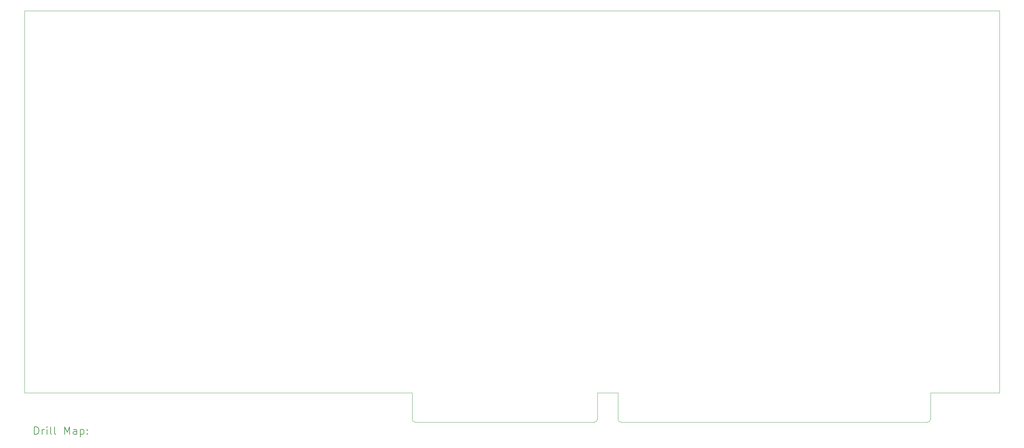
<source format=gbr>
%TF.GenerationSoftware,KiCad,Pcbnew,7.0.7*%
%TF.CreationDate,2024-03-19T08:20:04-04:00*%
%TF.ProjectId,PCB - CPU V1,50434220-2d20-4435-9055-2056312e6b69,1.0*%
%TF.SameCoordinates,Original*%
%TF.FileFunction,Drillmap*%
%TF.FilePolarity,Positive*%
%FSLAX45Y45*%
G04 Gerber Fmt 4.5, Leading zero omitted, Abs format (unit mm)*
G04 Created by KiCad (PCBNEW 7.0.7) date 2024-03-19 08:20:04*
%MOMM*%
%LPD*%
G01*
G04 APERTURE LIST*
%ADD10C,0.100000*%
%ADD11C,0.200000*%
G04 APERTURE END LIST*
D10*
X26581100Y-15367000D02*
X21932900Y-15367000D01*
X26657300Y-15290800D02*
X26657300Y-14605000D01*
X27190700Y-15290800D02*
X27190700Y-14605000D01*
X35217100Y-15367000D02*
X27266900Y-15367000D01*
X35293300Y-15290800D02*
X35293300Y-14605000D01*
X35217100Y-15367000D02*
G75*
G03*
X35293300Y-15290800I0J76200D01*
G01*
X27190700Y-15290800D02*
G75*
G03*
X27266900Y-15367000I76200J0D01*
G01*
X26581100Y-15367000D02*
G75*
G03*
X26657300Y-15290800I0J76200D01*
G01*
X21856700Y-15290800D02*
G75*
G03*
X21932900Y-15367000I76200J0D01*
G01*
X21856700Y-14605000D02*
X21856700Y-15290800D01*
X37084000Y-14605000D02*
X37084000Y-4699000D01*
X11811000Y-14605000D02*
X21856700Y-14605000D01*
X35293300Y-14605000D02*
X37084000Y-14605000D01*
X37084000Y-4699000D02*
X11811000Y-4699000D01*
X26657300Y-14605000D02*
X27190700Y-14605000D01*
X11811000Y-4699000D02*
X11811000Y-14605000D01*
D11*
X12066777Y-15683484D02*
X12066777Y-15483484D01*
X12066777Y-15483484D02*
X12114396Y-15483484D01*
X12114396Y-15483484D02*
X12142967Y-15493008D01*
X12142967Y-15493008D02*
X12162015Y-15512055D01*
X12162015Y-15512055D02*
X12171539Y-15531103D01*
X12171539Y-15531103D02*
X12181062Y-15569198D01*
X12181062Y-15569198D02*
X12181062Y-15597769D01*
X12181062Y-15597769D02*
X12171539Y-15635865D01*
X12171539Y-15635865D02*
X12162015Y-15654912D01*
X12162015Y-15654912D02*
X12142967Y-15673960D01*
X12142967Y-15673960D02*
X12114396Y-15683484D01*
X12114396Y-15683484D02*
X12066777Y-15683484D01*
X12266777Y-15683484D02*
X12266777Y-15550150D01*
X12266777Y-15588246D02*
X12276301Y-15569198D01*
X12276301Y-15569198D02*
X12285824Y-15559674D01*
X12285824Y-15559674D02*
X12304872Y-15550150D01*
X12304872Y-15550150D02*
X12323920Y-15550150D01*
X12390586Y-15683484D02*
X12390586Y-15550150D01*
X12390586Y-15483484D02*
X12381062Y-15493008D01*
X12381062Y-15493008D02*
X12390586Y-15502531D01*
X12390586Y-15502531D02*
X12400110Y-15493008D01*
X12400110Y-15493008D02*
X12390586Y-15483484D01*
X12390586Y-15483484D02*
X12390586Y-15502531D01*
X12514396Y-15683484D02*
X12495348Y-15673960D01*
X12495348Y-15673960D02*
X12485824Y-15654912D01*
X12485824Y-15654912D02*
X12485824Y-15483484D01*
X12619158Y-15683484D02*
X12600110Y-15673960D01*
X12600110Y-15673960D02*
X12590586Y-15654912D01*
X12590586Y-15654912D02*
X12590586Y-15483484D01*
X12847729Y-15683484D02*
X12847729Y-15483484D01*
X12847729Y-15483484D02*
X12914396Y-15626341D01*
X12914396Y-15626341D02*
X12981062Y-15483484D01*
X12981062Y-15483484D02*
X12981062Y-15683484D01*
X13162015Y-15683484D02*
X13162015Y-15578722D01*
X13162015Y-15578722D02*
X13152491Y-15559674D01*
X13152491Y-15559674D02*
X13133443Y-15550150D01*
X13133443Y-15550150D02*
X13095348Y-15550150D01*
X13095348Y-15550150D02*
X13076301Y-15559674D01*
X13162015Y-15673960D02*
X13142967Y-15683484D01*
X13142967Y-15683484D02*
X13095348Y-15683484D01*
X13095348Y-15683484D02*
X13076301Y-15673960D01*
X13076301Y-15673960D02*
X13066777Y-15654912D01*
X13066777Y-15654912D02*
X13066777Y-15635865D01*
X13066777Y-15635865D02*
X13076301Y-15616817D01*
X13076301Y-15616817D02*
X13095348Y-15607293D01*
X13095348Y-15607293D02*
X13142967Y-15607293D01*
X13142967Y-15607293D02*
X13162015Y-15597769D01*
X13257253Y-15550150D02*
X13257253Y-15750150D01*
X13257253Y-15559674D02*
X13276301Y-15550150D01*
X13276301Y-15550150D02*
X13314396Y-15550150D01*
X13314396Y-15550150D02*
X13333443Y-15559674D01*
X13333443Y-15559674D02*
X13342967Y-15569198D01*
X13342967Y-15569198D02*
X13352491Y-15588246D01*
X13352491Y-15588246D02*
X13352491Y-15645388D01*
X13352491Y-15645388D02*
X13342967Y-15664436D01*
X13342967Y-15664436D02*
X13333443Y-15673960D01*
X13333443Y-15673960D02*
X13314396Y-15683484D01*
X13314396Y-15683484D02*
X13276301Y-15683484D01*
X13276301Y-15683484D02*
X13257253Y-15673960D01*
X13438205Y-15664436D02*
X13447729Y-15673960D01*
X13447729Y-15673960D02*
X13438205Y-15683484D01*
X13438205Y-15683484D02*
X13428682Y-15673960D01*
X13428682Y-15673960D02*
X13438205Y-15664436D01*
X13438205Y-15664436D02*
X13438205Y-15683484D01*
X13438205Y-15559674D02*
X13447729Y-15569198D01*
X13447729Y-15569198D02*
X13438205Y-15578722D01*
X13438205Y-15578722D02*
X13428682Y-15569198D01*
X13428682Y-15569198D02*
X13438205Y-15559674D01*
X13438205Y-15559674D02*
X13438205Y-15578722D01*
M02*

</source>
